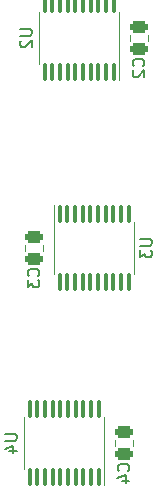
<source format=gbo>
G04 #@! TF.GenerationSoftware,KiCad,Pcbnew,(6.0.9)*
G04 #@! TF.CreationDate,2024-11-23T18:31:41+01:00*
G04 #@! TF.ProjectId,Sombrero_MSX_Goa'uld,536f6d62-7265-4726-9f5f-4d53585f476f,rev?*
G04 #@! TF.SameCoordinates,Original*
G04 #@! TF.FileFunction,Legend,Bot*
G04 #@! TF.FilePolarity,Positive*
%FSLAX46Y46*%
G04 Gerber Fmt 4.6, Leading zero omitted, Abs format (unit mm)*
G04 Created by KiCad (PCBNEW (6.0.9)) date 2024-11-23 18:31:41*
%MOMM*%
%LPD*%
G01*
G04 APERTURE LIST*
G04 Aperture macros list*
%AMRoundRect*
0 Rectangle with rounded corners*
0 $1 Rounding radius*
0 $2 $3 $4 $5 $6 $7 $8 $9 X,Y pos of 4 corners*
0 Add a 4 corners polygon primitive as box body*
4,1,4,$2,$3,$4,$5,$6,$7,$8,$9,$2,$3,0*
0 Add four circle primitives for the rounded corners*
1,1,$1+$1,$2,$3*
1,1,$1+$1,$4,$5*
1,1,$1+$1,$6,$7*
1,1,$1+$1,$8,$9*
0 Add four rect primitives between the rounded corners*
20,1,$1+$1,$2,$3,$4,$5,0*
20,1,$1+$1,$4,$5,$6,$7,0*
20,1,$1+$1,$6,$7,$8,$9,0*
20,1,$1+$1,$8,$9,$2,$3,0*%
G04 Aperture macros list end*
%ADD10C,0.150000*%
%ADD11C,0.120000*%
%ADD12R,2.400000X1.600000*%
%ADD13O,2.400000X1.600000*%
%ADD14R,1.600000X1.600000*%
%ADD15O,1.600000X1.600000*%
%ADD16RoundRect,0.100000X-0.100000X0.637500X-0.100000X-0.637500X0.100000X-0.637500X0.100000X0.637500X0*%
%ADD17RoundRect,0.250000X-0.475000X0.250000X-0.475000X-0.250000X0.475000X-0.250000X0.475000X0.250000X0*%
%ADD18RoundRect,0.100000X0.100000X-0.637500X0.100000X0.637500X-0.100000X0.637500X-0.100000X-0.637500X0*%
G04 APERTURE END LIST*
D10*
X152487380Y-100838095D02*
X153296904Y-100838095D01*
X153392142Y-100885714D01*
X153439761Y-100933333D01*
X153487380Y-101028571D01*
X153487380Y-101219047D01*
X153439761Y-101314285D01*
X153392142Y-101361904D01*
X153296904Y-101409523D01*
X152487380Y-101409523D01*
X152487380Y-101790476D02*
X152487380Y-102409523D01*
X152868333Y-102076190D01*
X152868333Y-102219047D01*
X152915952Y-102314285D01*
X152963571Y-102361904D01*
X153058809Y-102409523D01*
X153296904Y-102409523D01*
X153392142Y-102361904D01*
X153439761Y-102314285D01*
X153487380Y-102219047D01*
X153487380Y-101933333D01*
X153439761Y-101838095D01*
X153392142Y-101790476D01*
X151487142Y-120483333D02*
X151534761Y-120435714D01*
X151582380Y-120292857D01*
X151582380Y-120197619D01*
X151534761Y-120054761D01*
X151439523Y-119959523D01*
X151344285Y-119911904D01*
X151153809Y-119864285D01*
X151010952Y-119864285D01*
X150820476Y-119911904D01*
X150725238Y-119959523D01*
X150630000Y-120054761D01*
X150582380Y-120197619D01*
X150582380Y-120292857D01*
X150630000Y-120435714D01*
X150677619Y-120483333D01*
X150915714Y-121340476D02*
X151582380Y-121340476D01*
X150534761Y-121102380D02*
X151249047Y-120864285D01*
X151249047Y-121483333D01*
X141057380Y-117348095D02*
X141866904Y-117348095D01*
X141962142Y-117395714D01*
X142009761Y-117443333D01*
X142057380Y-117538571D01*
X142057380Y-117729047D01*
X142009761Y-117824285D01*
X141962142Y-117871904D01*
X141866904Y-117919523D01*
X141057380Y-117919523D01*
X141390714Y-118824285D02*
X142057380Y-118824285D01*
X141009761Y-118586190D02*
X141724047Y-118348095D01*
X141724047Y-118967142D01*
X143867142Y-103973333D02*
X143914761Y-103925714D01*
X143962380Y-103782857D01*
X143962380Y-103687619D01*
X143914761Y-103544761D01*
X143819523Y-103449523D01*
X143724285Y-103401904D01*
X143533809Y-103354285D01*
X143390952Y-103354285D01*
X143200476Y-103401904D01*
X143105238Y-103449523D01*
X143010000Y-103544761D01*
X142962380Y-103687619D01*
X142962380Y-103782857D01*
X143010000Y-103925714D01*
X143057619Y-103973333D01*
X142962380Y-104306666D02*
X142962380Y-104925714D01*
X143343333Y-104592380D01*
X143343333Y-104735238D01*
X143390952Y-104830476D01*
X143438571Y-104878095D01*
X143533809Y-104925714D01*
X143771904Y-104925714D01*
X143867142Y-104878095D01*
X143914761Y-104830476D01*
X143962380Y-104735238D01*
X143962380Y-104449523D01*
X143914761Y-104354285D01*
X143867142Y-104306666D01*
X152757142Y-86193333D02*
X152804761Y-86145714D01*
X152852380Y-86002857D01*
X152852380Y-85907619D01*
X152804761Y-85764761D01*
X152709523Y-85669523D01*
X152614285Y-85621904D01*
X152423809Y-85574285D01*
X152280952Y-85574285D01*
X152090476Y-85621904D01*
X151995238Y-85669523D01*
X151900000Y-85764761D01*
X151852380Y-85907619D01*
X151852380Y-86002857D01*
X151900000Y-86145714D01*
X151947619Y-86193333D01*
X151947619Y-86574285D02*
X151900000Y-86621904D01*
X151852380Y-86717142D01*
X151852380Y-86955238D01*
X151900000Y-87050476D01*
X151947619Y-87098095D01*
X152042857Y-87145714D01*
X152138095Y-87145714D01*
X152280952Y-87098095D01*
X152852380Y-86526666D01*
X152852380Y-87145714D01*
X142327380Y-83058095D02*
X143136904Y-83058095D01*
X143232142Y-83105714D01*
X143279761Y-83153333D01*
X143327380Y-83248571D01*
X143327380Y-83439047D01*
X143279761Y-83534285D01*
X143232142Y-83581904D01*
X143136904Y-83629523D01*
X142327380Y-83629523D01*
X142422619Y-84058095D02*
X142375000Y-84105714D01*
X142327380Y-84200952D01*
X142327380Y-84439047D01*
X142375000Y-84534285D01*
X142422619Y-84581904D01*
X142517857Y-84629523D01*
X142613095Y-84629523D01*
X142755952Y-84581904D01*
X143327380Y-84010476D01*
X143327380Y-84629523D01*
D11*
X145205000Y-101600000D02*
X145205000Y-98000000D01*
X145205000Y-101600000D02*
X145205000Y-103800000D01*
X151975000Y-101600000D02*
X151975000Y-99400000D01*
X151975000Y-101600000D02*
X151975000Y-103800000D01*
X150395000Y-117848748D02*
X150395000Y-118371252D01*
X151865000Y-117848748D02*
X151865000Y-118371252D01*
X149435000Y-118110000D02*
X149435000Y-115910000D01*
X142665000Y-118110000D02*
X142665000Y-120310000D01*
X142665000Y-118110000D02*
X142665000Y-115910000D01*
X149435000Y-118110000D02*
X149435000Y-121710000D01*
X144245000Y-101338748D02*
X144245000Y-101861252D01*
X142775000Y-101338748D02*
X142775000Y-101861252D01*
X151665000Y-83558748D02*
X151665000Y-84081252D01*
X153135000Y-83558748D02*
X153135000Y-84081252D01*
X150705000Y-83820000D02*
X150705000Y-87420000D01*
X150705000Y-83820000D02*
X150705000Y-81620000D01*
X143935000Y-83820000D02*
X143935000Y-86020000D01*
X143935000Y-83820000D02*
X143935000Y-81620000D01*
%LPC*%
D12*
X137160000Y-77470000D03*
D13*
X137160000Y-80010000D03*
X137160000Y-82550000D03*
X137160000Y-85090000D03*
X137160000Y-87630000D03*
X137160000Y-90170000D03*
X137160000Y-92710000D03*
X137160000Y-95250000D03*
X137160000Y-97790000D03*
X137160000Y-100330000D03*
X137160000Y-102870000D03*
X137160000Y-105410000D03*
X137160000Y-107950000D03*
X137160000Y-110490000D03*
X137160000Y-113030000D03*
X137160000Y-115570000D03*
X137160000Y-118110000D03*
X137160000Y-120650000D03*
X137160000Y-123190000D03*
X137160000Y-125730000D03*
X157480000Y-125730000D03*
X157480000Y-123190000D03*
X157480000Y-120650000D03*
X157480000Y-118110000D03*
X157480000Y-115570000D03*
X157480000Y-113030000D03*
X157480000Y-110490000D03*
X157480000Y-107950000D03*
X157480000Y-105410000D03*
X157480000Y-102870000D03*
X157480000Y-100330000D03*
X157480000Y-97790000D03*
X157480000Y-95250000D03*
X157480000Y-92710000D03*
X157480000Y-90170000D03*
X157480000Y-87630000D03*
X157480000Y-85090000D03*
X157480000Y-82550000D03*
X157480000Y-80010000D03*
X157480000Y-77470000D03*
D14*
X139710000Y-76200000D03*
D15*
X139710000Y-78740000D03*
X139710000Y-81280000D03*
X139710000Y-83820000D03*
X139710000Y-86360000D03*
X139710000Y-88900000D03*
X139710000Y-91440000D03*
X139710000Y-93980000D03*
X139710000Y-96520000D03*
X139710000Y-99060000D03*
X139710000Y-101600000D03*
X139710000Y-104140000D03*
X139710000Y-106680000D03*
X139710000Y-109220000D03*
X139710000Y-111760000D03*
X139710000Y-114300000D03*
X139710000Y-116840000D03*
X139710000Y-119380000D03*
X139710000Y-121920000D03*
X139710000Y-124460000D03*
X154950000Y-124460000D03*
X154950000Y-121920000D03*
X154950000Y-119380000D03*
X154950000Y-116840000D03*
X154950000Y-114300000D03*
X154950000Y-111760000D03*
X154950000Y-109220000D03*
X154950000Y-106680000D03*
X154950000Y-104140000D03*
X154950000Y-101600000D03*
X154950000Y-99060000D03*
X154950000Y-96520000D03*
X154950000Y-93980000D03*
X154950000Y-91440000D03*
X154950000Y-88900000D03*
X154950000Y-86360000D03*
X154950000Y-83820000D03*
X154950000Y-81280000D03*
X154950000Y-78740000D03*
X154950000Y-76200000D03*
D16*
X145665000Y-98737500D03*
X146315000Y-98737500D03*
X146965000Y-98737500D03*
X147615000Y-98737500D03*
X148265000Y-98737500D03*
X148915000Y-98737500D03*
X149565000Y-98737500D03*
X150215000Y-98737500D03*
X150865000Y-98737500D03*
X151515000Y-98737500D03*
X151515000Y-104462500D03*
X150865000Y-104462500D03*
X150215000Y-104462500D03*
X149565000Y-104462500D03*
X148915000Y-104462500D03*
X148265000Y-104462500D03*
X147615000Y-104462500D03*
X146965000Y-104462500D03*
X146315000Y-104462500D03*
X145665000Y-104462500D03*
D17*
X151130000Y-117160000D03*
X151130000Y-119060000D03*
D18*
X148975000Y-120972500D03*
X148325000Y-120972500D03*
X147675000Y-120972500D03*
X147025000Y-120972500D03*
X146375000Y-120972500D03*
X145725000Y-120972500D03*
X145075000Y-120972500D03*
X144425000Y-120972500D03*
X143775000Y-120972500D03*
X143125000Y-120972500D03*
X143125000Y-115247500D03*
X143775000Y-115247500D03*
X144425000Y-115247500D03*
X145075000Y-115247500D03*
X145725000Y-115247500D03*
X146375000Y-115247500D03*
X147025000Y-115247500D03*
X147675000Y-115247500D03*
X148325000Y-115247500D03*
X148975000Y-115247500D03*
D17*
X143510000Y-100650000D03*
X143510000Y-102550000D03*
X152400000Y-82870000D03*
X152400000Y-84770000D03*
D18*
X150245000Y-86682500D03*
X149595000Y-86682500D03*
X148945000Y-86682500D03*
X148295000Y-86682500D03*
X147645000Y-86682500D03*
X146995000Y-86682500D03*
X146345000Y-86682500D03*
X145695000Y-86682500D03*
X145045000Y-86682500D03*
X144395000Y-86682500D03*
X144395000Y-80957500D03*
X145045000Y-80957500D03*
X145695000Y-80957500D03*
X146345000Y-80957500D03*
X146995000Y-80957500D03*
X147645000Y-80957500D03*
X148295000Y-80957500D03*
X148945000Y-80957500D03*
X149595000Y-80957500D03*
X150245000Y-80957500D03*
M02*

</source>
